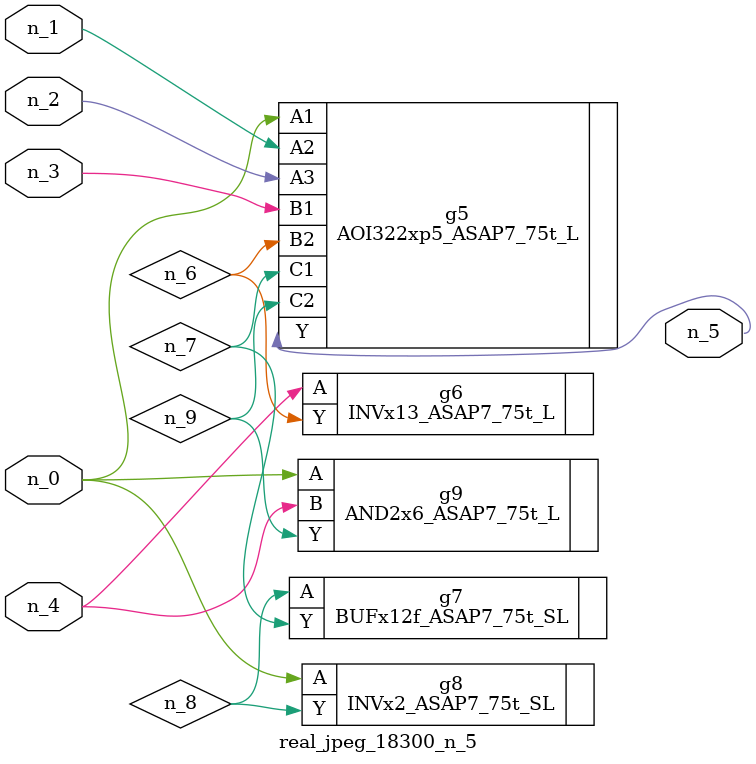
<source format=v>
module real_jpeg_18300_n_5 (n_4, n_0, n_1, n_2, n_3, n_5);

input n_4;
input n_0;
input n_1;
input n_2;
input n_3;

output n_5;

wire n_8;
wire n_6;
wire n_7;
wire n_9;

AOI322xp5_ASAP7_75t_L g5 ( 
.A1(n_0),
.A2(n_1),
.A3(n_2),
.B1(n_3),
.B2(n_6),
.C1(n_7),
.C2(n_9),
.Y(n_5)
);

INVx2_ASAP7_75t_SL g8 ( 
.A(n_0),
.Y(n_8)
);

AND2x6_ASAP7_75t_L g9 ( 
.A(n_0),
.B(n_4),
.Y(n_9)
);

INVx13_ASAP7_75t_L g6 ( 
.A(n_4),
.Y(n_6)
);

BUFx12f_ASAP7_75t_SL g7 ( 
.A(n_8),
.Y(n_7)
);


endmodule
</source>
